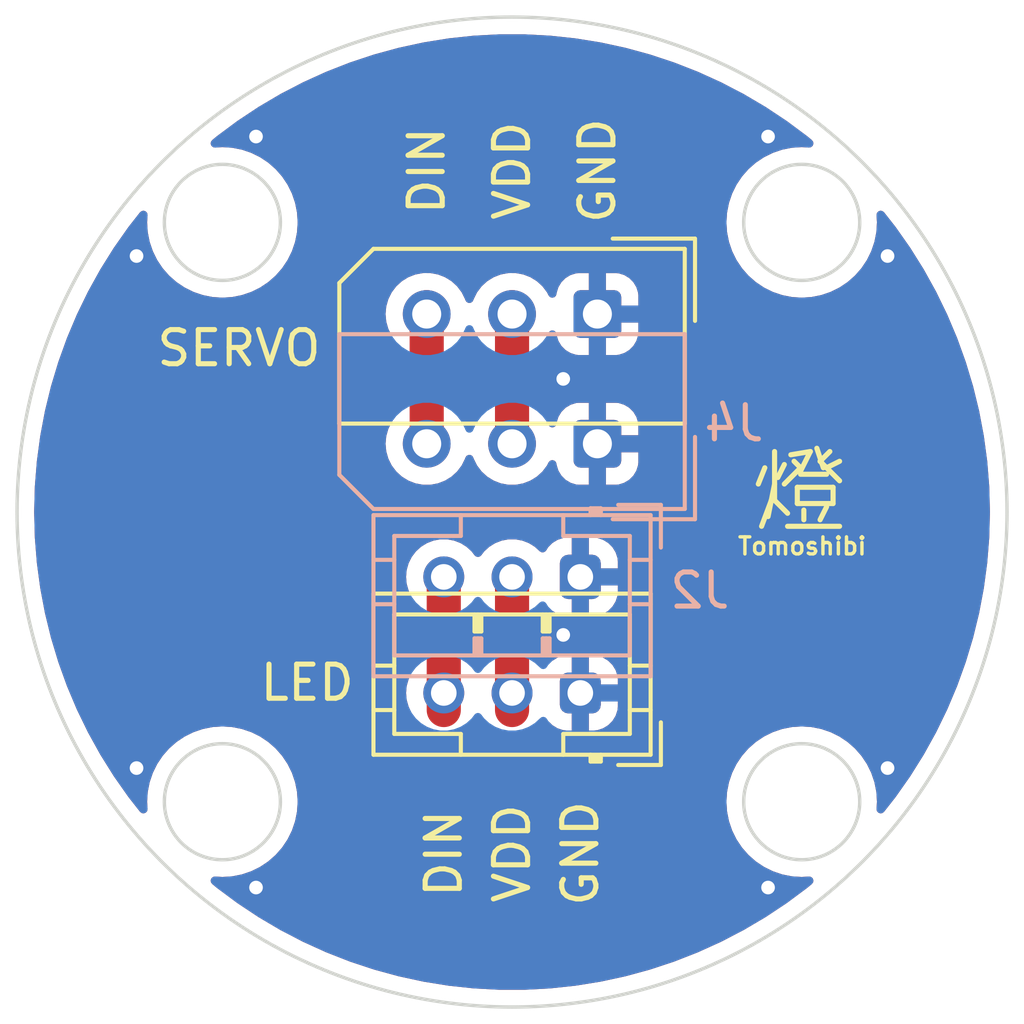
<source format=kicad_pcb>
(kicad_pcb (version 20221018) (generator pcbnew)
  (layers (0 "F.Cu" signal) (31 "B.Cu" signal) (34 "B.Paste" user) (35 "F.Paste" user) (36 "B.SilkS" user "B.Silkscreen") (37 "F.SilkS" user "F.Silkscreen") (38 "B.Mask" user) (39 "F.Mask" user) (44 "Edge.Cuts" user))
  (net 0 "")
  (net 1 "Net-(J1-Pin_2)")
  (net 2 "Net-(J1-Pin_3)")
  (net 3 "Net-(J3-Pin_2)")
  (net 4 "Net-(J3-Pin_3)")
  (net 5 "GND")
  (footprint "Connector_Molex:Molex_SPOX_5267-03A_1x03_P2.50mm_Vertical" (layer "F.Cu") (at 2.5 -5.8 180)
    (fp_text reference "SERVO" (at 10.5 -1) (layer "F.SilkS"))
    (fp_text value "Conn_01x03_Pin")
    (fp_line (start -2.86 -0.2) (end -2.86 2.21) (stroke (width 0.12)) (layer "F.SilkS"))
    (fp_line (start -2.86 2.21) (end -0.45 2.21) (stroke (width 0.12)) (layer "F.SilkS"))
    (fp_line (start -2.56 -3.21) (end -2.56 1.91) (stroke (width 0.12)) (layer "F.SilkS"))
    (fp_line (start -2.56 1.91) (end 6.56 1.91) (stroke (width 0.12)) (layer "F.SilkS"))
    (fp_line (start 6.56 1.91) (end 7.56 0.91) (stroke (width 0.12)) (layer "F.SilkS"))
    (fp_line (start 7.56 -3.21) (end -2.56 -3.21) (stroke (width 0.12)) (layer "F.SilkS"))
    (fp_line (start 7.56 0.91) (end 7.56 -3.21) (stroke (width 0.12)) (layer "F.SilkS"))
    (pad "1" thru_hole roundrect (at 0 0 180) (size 1.4 1.4) (drill 0.85) (layers "*.Cu" "*.Mask") (roundrect_rratio 0.1470585714) (net 5 "GND"))
    (pad "2" thru_hole oval (at 2.5 0 180) (size 1.4 1.4) (drill 0.85) (layers "*.Cu" "*.Mask") (net 3 "Net-(J3-Pin_2)"))
    (pad "3" thru_hole oval (at 5 0 180) (size 1.4 1.4) (drill 0.85) (layers "*.Cu" "*.Mask") (net 4 "Net-(J3-Pin_3)"))
  )
  (footprint "Connector_JST:JST_PH_B3B-PH-K_1x03_P2.00mm_Vertical" (layer "F.Cu") (at 2 5.3 180)
    (fp_text reference "LED" (at 8 0.3) (layer "F.SilkS"))
    (fp_text value "Conn_01x03_Pin")
    (fp_line (start -2.36 -2.11) (end -2.36 -0.86) (stroke (width 0.12)) (layer "F.SilkS"))
    (fp_line (start -2.06 -1.81) (end -2.06 2.91) (stroke (width 0.12)) (layer "F.SilkS"))
    (fp_line (start -2.06 -0.5) (end -1.45 -0.5) (stroke (width 0.12)) (layer "F.SilkS"))
    (fp_line (start -2.06 0.8) (end -1.45 0.8) (stroke (width 0.12)) (layer "F.SilkS"))
    (fp_line (start -2.06 2.91) (end 6.06 2.91) (stroke (width 0.12)) (layer "F.SilkS"))
    (fp_line (start -1.45 -1.2) (end -1.45 2.3) (stroke (width 0.12)) (layer "F.SilkS"))
    (fp_line (start -1.45 2.3) (end 5.45 2.3) (stroke (width 0.12)) (layer "F.SilkS"))
    (fp_line (start -1.11 -2.11) (end -2.36 -2.11) (stroke (width 0.12)) (layer "F.SilkS"))
    (fp_line (start -0.6 -2.01) (end -0.6 -1.81) (stroke (width 0.12)) (layer "F.SilkS"))
    (fp_line (start -0.3 -2.01) (end -0.6 -2.01) (stroke (width 0.12)) (layer "F.SilkS"))
    (fp_line (start -0.3 -1.91) (end -0.6 -1.91) (stroke (width 0.12)) (layer "F.SilkS"))
    (fp_line (start -0.3 -1.81) (end -0.3 -2.01) (stroke (width 0.12)) (layer "F.SilkS"))
    (fp_line (start 0.5 -1.81) (end 0.5 -1.2) (stroke (width 0.12)) (layer "F.SilkS"))
    (fp_line (start 0.5 -1.2) (end -1.45 -1.2) (stroke (width 0.12)) (layer "F.SilkS"))
    (fp_line (start 0.9 1.8) (end 1.1 1.8) (stroke (width 0.12)) (layer "F.SilkS"))
    (fp_line (start 0.9 2.3) (end 0.9 1.8) (stroke (width 0.12)) (layer "F.SilkS"))
    (fp_line (start 1 2.3) (end 1 1.8) (stroke (width 0.12)) (layer "F.SilkS"))
    (fp_line (start 1.1 1.8) (end 1.1 2.3) (stroke (width 0.12)) (layer "F.SilkS"))
    (fp_line (start 2.9 1.8) (end 3.1 1.8) (stroke (width 0.12)) (layer "F.SilkS"))
    (fp_line (start 2.9 2.3) (end 2.9 1.8) (stroke (width 0.12)) (layer "F.SilkS"))
    (fp_line (start 3 2.3) (end 3 1.8) (stroke (width 0.12)) (layer "F.SilkS"))
    (fp_line (start 3.1 1.8) (end 3.1 2.3) (stroke (width 0.12)) (layer "F.SilkS"))
    (fp_line (start 3.5 -1.2) (end 3.5 -1.81) (stroke (width 0.12)) (layer "F.SilkS"))
    (fp_line (start 5.45 -1.2) (end 3.5 -1.2) (stroke (width 0.12)) (layer "F.SilkS"))
    (fp_line (start 5.45 2.3) (end 5.45 -1.2) (stroke (width 0.12)) (layer "F.SilkS"))
    (fp_line (start 6.06 -1.81) (end -2.06 -1.81) (stroke (width 0.12)) (layer "F.SilkS"))
    (fp_line (start 6.06 -0.5) (end 5.45 -0.5) (stroke (width 0.12)) (layer "F.SilkS"))
    (fp_line (start 6.06 0.8) (end 5.45 0.8) (stroke (width 0.12)) (layer "F.SilkS"))
    (fp_line (start 6.06 2.91) (end 6.06 -1.81) (stroke (width 0.12)) (layer "F.SilkS"))
    (pad "1" thru_hole roundrect (at 0 0 180) (size 1.2 1.2) (drill 0.75) (layers "*.Cu" "*.Mask") (roundrect_rratio 0.2083333333) (net 5 "GND"))
    (pad "2" thru_hole oval (at 2 0 180) (size 1.2 1.2) (drill 0.75) (layers "*.Cu" "*.Mask") (net 1 "Net-(J1-Pin_2)"))
    (pad "3" thru_hole oval (at 4 0 180) (size 1.2 1.2) (drill 0.75) (layers "*.Cu" "*.Mask") (net 2 "Net-(J1-Pin_3)"))
  )
  (footprint "Connector_JST:JST_PH_B3B-PH-K_1x03_P2.00mm_Vertical" (layer "B.Cu") (at 2 1.9 180)
    (fp_text reference "J2" (at -3.5 -0.4) (layer "B.SilkS") (effects (justify mirror)))
    (fp_text value "Conn_01x03_Pin")
    (fp_line (start -2.36 2.11) (end -2.36 0.86) (stroke (width 0.12)) (layer "B.SilkS"))
    (fp_line (start -2.06 -2.91) (end 6.06 -2.91) (stroke (width 0.12)) (layer "B.SilkS"))
    (fp_line (start -2.06 -0.8) (end -1.45 -0.8) (stroke (width 0.12)) (layer "B.SilkS"))
    (fp_line (start -2.06 0.5) (end -1.45 0.5) (stroke (width 0.12)) (layer "B.SilkS"))
    (fp_line (start -2.06 1.81) (end -2.06 -2.91) (stroke (width 0.12)) (layer "B.SilkS"))
    (fp_line (start -1.45 -2.3) (end 5.45 -2.3) (stroke (width 0.12)) (layer "B.SilkS"))
    (fp_line (start -1.45 1.2) (end -1.45 -2.3) (stroke (width 0.12)) (layer "B.SilkS"))
    (fp_line (start -1.11 2.11) (end -2.36 2.11) (stroke (width 0.12)) (layer "B.SilkS"))
    (fp_line (start -0.6 2.01) (end -0.6 1.81) (stroke (width 0.12)) (layer "B.SilkS"))
    (fp_line (start -0.3 1.81) (end -0.3 2.01) (stroke (width 0.12)) (layer "B.SilkS"))
    (fp_line (start -0.3 1.91) (end -0.6 1.91) (stroke (width 0.12)) (layer "B.SilkS"))
    (fp_line (start -0.3 2.01) (end -0.6 2.01) (stroke (width 0.12)) (layer "B.SilkS"))
    (fp_line (start 0.5 1.2) (end -1.45 1.2) (stroke (width 0.12)) (layer "B.SilkS"))
    (fp_line (start 0.5 1.81) (end 0.5 1.2) (stroke (width 0.12)) (layer "B.SilkS"))
    (fp_line (start 0.9 -2.3) (end 0.9 -1.8) (stroke (width 0.12)) (layer "B.SilkS"))
    (fp_line (start 0.9 -1.8) (end 1.1 -1.8) (stroke (width 0.12)) (layer "B.SilkS"))
    (fp_line (start 1 -2.3) (end 1 -1.8) (stroke (width 0.12)) (layer "B.SilkS"))
    (fp_line (start 1.1 -1.8) (end 1.1 -2.3) (stroke (width 0.12)) (layer "B.SilkS"))
    (fp_line (start 2.9 -2.3) (end 2.9 -1.8) (stroke (width 0.12)) (layer "B.SilkS"))
    (fp_line (start 2.9 -1.8) (end 3.1 -1.8) (stroke (width 0.12)) (layer "B.SilkS"))
    (fp_line (start 3 -2.3) (end 3 -1.8) (stroke (width 0.12)) (layer "B.SilkS"))
    (fp_line (start 3.1 -1.8) (end 3.1 -2.3) (stroke (width 0.12)) (layer "B.SilkS"))
    (fp_line (start 3.5 1.2) (end 3.5 1.81) (stroke (width 0.12)) (layer "B.SilkS"))
    (fp_line (start 5.45 -2.3) (end 5.45 1.2) (stroke (width 0.12)) (layer "B.SilkS"))
    (fp_line (start 5.45 1.2) (end 3.5 1.2) (stroke (width 0.12)) (layer "B.SilkS"))
    (fp_line (start 6.06 -2.91) (end 6.06 1.81) (stroke (width 0.12)) (layer "B.SilkS"))
    (fp_line (start 6.06 -0.8) (end 5.45 -0.8) (stroke (width 0.12)) (layer "B.SilkS"))
    (fp_line (start 6.06 0.5) (end 5.45 0.5) (stroke (width 0.12)) (layer "B.SilkS"))
    (fp_line (start 6.06 1.81) (end -2.06 1.81) (stroke (width 0.12)) (layer "B.SilkS"))
    (pad "1" thru_hole roundrect (at 0 0 180) (size 1.2 1.3) (drill 0.75) (layers "*.Cu" "*.Mask") (roundrect_rratio 0.2083333333) (net 5 "GND"))
    (pad "2" thru_hole oval (at 2 0 180) (size 1.2 1.2) (drill 0.75) (layers "*.Cu" "*.Mask") (net 1 "Net-(J1-Pin_2)"))
    (pad "3" thru_hole oval (at 4 0 180) (size 1.2 1.2) (drill 0.75) (layers "*.Cu" "*.Mask") (net 2 "Net-(J1-Pin_3)"))
  )
  (footprint "Connector_Molex:Molex_SPOX_5267-03A_1x03_P2.50mm_Vertical" (layer "B.Cu") (at 2.5 -2 180)
    (fp_text reference "J4" (at -4 0.6) (layer "B.SilkS") (effects (justify mirror)))
    (fp_text value "Conn_01x03_Pin")
    (fp_line (start -2.86 -2.21) (end -0.45 -2.21) (stroke (width 0.12)) (layer "B.SilkS"))
    (fp_line (start -2.86 0.2) (end -2.86 -2.21) (stroke (width 0.12)) (layer "B.SilkS"))
    (fp_line (start -2.56 -1.91) (end 6.56 -1.91) (stroke (width 0.12)) (layer "B.SilkS"))
    (fp_line (start -2.56 3.21) (end -2.56 -1.91) (stroke (width 0.12)) (layer "B.SilkS"))
    (fp_line (start 6.56 -1.91) (end 7.56 -0.91) (stroke (width 0.12)) (layer "B.SilkS"))
    (fp_line (start 7.56 -0.91) (end 7.56 3.21) (stroke (width 0.12)) (layer "B.SilkS"))
    (fp_line (start 7.56 3.21) (end -2.56 3.21) (stroke (width 0.12)) (layer "B.SilkS"))
    (pad "1" thru_hole roundrect (at 0 0 180) (size 1.4 1.4) (drill 0.85) (layers "*.Cu" "*.Mask") (roundrect_rratio 0.1470585714) (net 5 "GND"))
    (pad "2" thru_hole oval (at 2.5 0 180) (size 1.4 1.4) (drill 0.85) (layers "*.Cu" "*.Mask") (net 3 "Net-(J3-Pin_2)"))
    (pad "3" thru_hole oval (at 5 0 180) (size 1.4 1.4) (drill 0.85) (layers "*.Cu" "*.Mask") (net 4 "Net-(J3-Pin_3)"))
  )
  (gr_circle (center 8.485281 -8.485281) (end 10.185281 -8.485281) (stroke (width 0.1)) (fill none) (layer "Edge.Cuts"))
  (gr_circle (center -8.485281 -8.485281) (end -6.785281 -8.485281) (stroke (width 0.1)) (fill none) (layer "Edge.Cuts"))
  (gr_circle (center 8.485281 8.485281) (end 10.185281 8.485281) (stroke (width 0.1)) (fill none) (layer "Edge.Cuts"))
  (gr_circle (center -8.485281 8.485281) (end -6.785281 8.485281) (stroke (width 0.1)) (fill none) (layer "Edge.Cuts"))
  (gr_circle (center 0 0) (end 14.5 0) (stroke (width 0.1)) (fill none) (layer "Edge.Cuts"))
  (gr_text "GND" (at 2 10 90) (layer "F.SilkS") (effects (font (size 1 1))))
  (gr_text "DIN" (at -2 10 90) (layer "F.SilkS") (effects (font (size 1 1))))
  (gr_text "VDD" (at 0 10 90) (layer "F.SilkS") (effects (font (size 1 1))))
  (gr_text "Tomoshibi" (at 8.5 1) (layer "F.SilkS") (effects (font (size 0.5 0.5) (thickness 0.1) bold)))
  (gr_text "GND" (at 2.5 -10 90) (layer "F.SilkS") (effects (font (size 1 1))))
  (gr_text "VDD" (at 0 -10 90) (layer "F.SilkS") (effects (font (size 1 1))))
  (gr_text "DIN" (at -2.5 -10 90) (layer "F.SilkS") (effects (font (size 1 1))))
  (gr_text "燈" (at 8.5 -0.5) (layer "F.SilkS") (effects (font (size 2 2))))
  (segment (start 0 5.8) (end 0 2) (width 1) (layer "F.Cu") (net 1))
  (segment (start -2 5.8) (end -2 2) (width 1) (layer "F.Cu") (net 2))
  (segment (start 0 -2) (end 0 -6) (width 1) (layer "F.Cu") (net 3))
  (segment (start -2.5 -2) (end -2.5 -6) (width 1) (layer "F.Cu") (net 4))
  (via (at 11 7.5) (size 0.8) (drill 0.4) (layers "F.Cu" "B.Cu") (net 5))
  (via (at -11 7.5) (size 0.8) (drill 0.4) (layers "F.Cu" "B.Cu") (net 5))
  (via (at -11 -7.5) (size 0.8) (drill 0.4) (layers "F.Cu" "B.Cu") (net 5))
  (via (at 1.5 3.6) (size 0.8) (drill 0.4) (layers "F.Cu" "B.Cu") (net 5))
  (via (at -7.5 -11) (size 0.8) (drill 0.4) (layers "F.Cu" "B.Cu") (net 5))
  (via (at 1.5 -3.9) (size 0.8) (drill 0.4) (layers "F.Cu" "B.Cu") (net 5))
  (via (at 7.5 -11) (size 0.8) (drill 0.4) (layers "F.Cu" "B.Cu") (net 5))
  (via (at 7.5 11) (size 0.8) (drill 0.4) (layers "F.Cu" "B.Cu") (net 5))
  (via (at 11 -7.5) (size 0.8) (drill 0.4) (layers "F.Cu" "B.Cu") (net 5))
  (via (at -7.5 11) (size 0.8) (drill 0.4) (layers "F.Cu" "B.Cu") (net 5))
  (zone (net 5) (net_name "GND") (layers "F&B.Cu") (connect_pads (clearance 0.5)) (min_thickness 0.25) (fill yes (thermal_gap 0.5) (thermal_bridge_width 0.5))
    (polygon (pts (xy -15 -15) (xy 15 -15) (xy 15 15) (xy -15 15)))
  )
)
</source>
